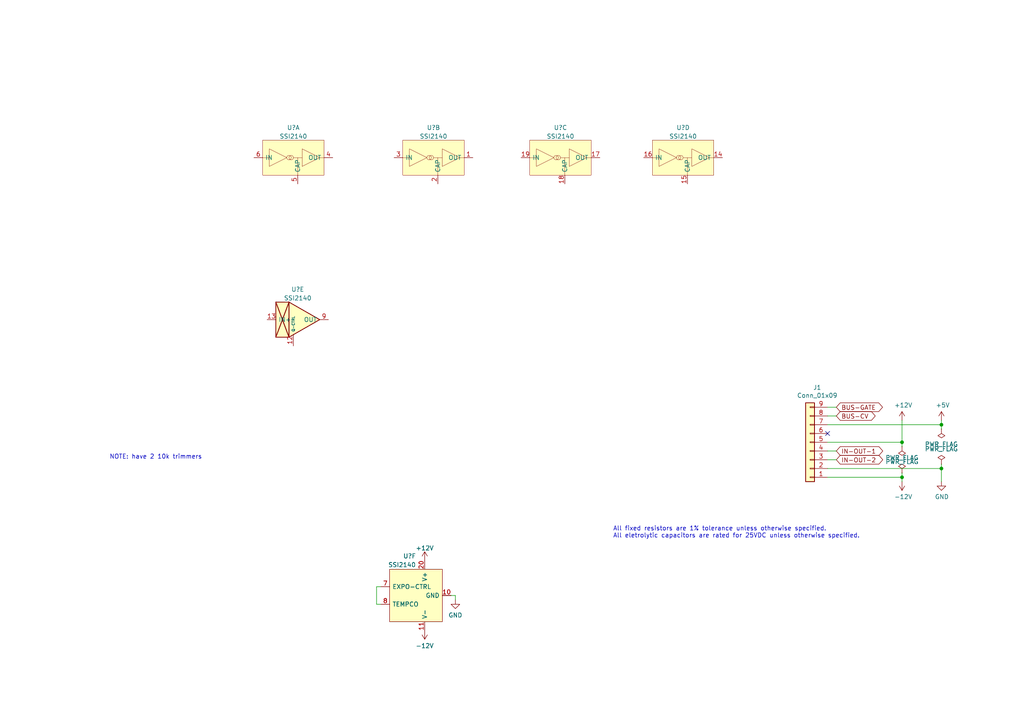
<source format=kicad_sch>
(kicad_sch (version 20211123) (generator eeschema)

  (uuid a1a9a0d8-c6de-418f-9a57-bf7f74b6d401)

  (paper "A4")

  (title_block
    (title "VCF-4P Prototype")
    (date "2022-03-27")
    (rev "1.0")
    (company "Len Popp")
    (comment 1 "Copyright © 2022 Len Popp CC BY")
    (comment 2 "4-pole lowpass VCF for Eurorack prototyping module")
  )

  (lib_symbols
    (symbol "-lmp-power:+12V" (power) (pin_names (offset 0)) (in_bom yes) (on_board yes)
      (property "Reference" "#PWR" (id 0) (at 0 -3.81 0)
        (effects (font (size 1.27 1.27)) hide)
      )
      (property "Value" "+12V" (id 1) (at 0 3.556 0)
        (effects (font (size 1.27 1.27)))
      )
      (property "Footprint" "" (id 2) (at 0 0 0)
        (effects (font (size 1.27 1.27)) hide)
      )
      (property "Datasheet" "" (id 3) (at 0 0 0)
        (effects (font (size 1.27 1.27)) hide)
      )
      (property "ki_keywords" "power-flag" (id 4) (at 0 0 0)
        (effects (font (size 1.27 1.27)) hide)
      )
      (property "ki_description" "Power symbol creates a global label with name \"+12V\"" (id 5) (at 0 0 0)
        (effects (font (size 1.27 1.27)) hide)
      )
      (symbol "+12V_0_1"
        (polyline
          (pts
            (xy -0.762 1.27)
            (xy 0 2.54)
          )
          (stroke (width 0) (type default) (color 0 0 0 0))
          (fill (type none))
        )
        (polyline
          (pts
            (xy 0 0)
            (xy 0 2.54)
          )
          (stroke (width 0) (type default) (color 0 0 0 0))
          (fill (type none))
        )
        (polyline
          (pts
            (xy 0 2.54)
            (xy 0.762 1.27)
          )
          (stroke (width 0) (type default) (color 0 0 0 0))
          (fill (type none))
        )
      )
      (symbol "+12V_1_1"
        (pin power_in line (at 0 0 90) (length 0) hide
          (name "+12V" (effects (font (size 1.27 1.27))))
          (number "1" (effects (font (size 1.27 1.27))))
        )
      )
    )
    (symbol "-lmp-power:+5V" (power) (pin_names (offset 0)) (in_bom yes) (on_board yes)
      (property "Reference" "#PWR" (id 0) (at 0 -3.81 0)
        (effects (font (size 1.27 1.27)) hide)
      )
      (property "Value" "+5V" (id 1) (at 0 3.556 0)
        (effects (font (size 1.27 1.27)))
      )
      (property "Footprint" "" (id 2) (at 0 0 0)
        (effects (font (size 1.27 1.27)) hide)
      )
      (property "Datasheet" "" (id 3) (at 0 0 0)
        (effects (font (size 1.27 1.27)) hide)
      )
      (property "ki_keywords" "power-flag" (id 4) (at 0 0 0)
        (effects (font (size 1.27 1.27)) hide)
      )
      (property "ki_description" "Power symbol creates a global label with name \"+5V\"" (id 5) (at 0 0 0)
        (effects (font (size 1.27 1.27)) hide)
      )
      (symbol "+5V_0_1"
        (polyline
          (pts
            (xy -0.762 1.27)
            (xy 0 2.54)
          )
          (stroke (width 0) (type default) (color 0 0 0 0))
          (fill (type none))
        )
        (polyline
          (pts
            (xy 0 0)
            (xy 0 2.54)
          )
          (stroke (width 0) (type default) (color 0 0 0 0))
          (fill (type none))
        )
        (polyline
          (pts
            (xy 0 2.54)
            (xy 0.762 1.27)
          )
          (stroke (width 0) (type default) (color 0 0 0 0))
          (fill (type none))
        )
      )
      (symbol "+5V_1_1"
        (pin power_in line (at 0 0 90) (length 0) hide
          (name "+5V" (effects (font (size 1.27 1.27))))
          (number "1" (effects (font (size 1.27 1.27))))
        )
      )
    )
    (symbol "-lmp-power:-12V" (power) (pin_names (offset 0)) (in_bom yes) (on_board yes)
      (property "Reference" "#PWR" (id 0) (at 0 3.81 0)
        (effects (font (size 1.27 1.27)) hide)
      )
      (property "Value" "-12V" (id 1) (at 0 -3.556 0)
        (effects (font (size 1.27 1.27)))
      )
      (property "Footprint" "" (id 2) (at 0 0 0)
        (effects (font (size 1.27 1.27)) hide)
      )
      (property "Datasheet" "" (id 3) (at 0 0 0)
        (effects (font (size 1.27 1.27)) hide)
      )
      (property "ki_keywords" "power-flag" (id 4) (at 0 0 0)
        (effects (font (size 1.27 1.27)) hide)
      )
      (property "ki_description" "Power symbol creates a global label with name \"-12V\"" (id 5) (at 0 0 0)
        (effects (font (size 1.27 1.27)) hide)
      )
      (symbol "-12V_0_1"
        (polyline
          (pts
            (xy -0.762 -1.27)
            (xy 0 -2.54)
          )
          (stroke (width 0) (type default) (color 0 0 0 0))
          (fill (type none))
        )
        (polyline
          (pts
            (xy 0 -2.54)
            (xy 0.762 -1.27)
          )
          (stroke (width 0) (type default) (color 0 0 0 0))
          (fill (type none))
        )
        (polyline
          (pts
            (xy 0 0)
            (xy 0 -2.54)
          )
          (stroke (width 0) (type default) (color 0 0 0 0))
          (fill (type none))
        )
      )
      (symbol "-12V_1_1"
        (pin power_in line (at 0 0 270) (length 0) hide
          (name "-12V" (effects (font (size 1.27 1.27))))
          (number "1" (effects (font (size 1.27 1.27))))
        )
      )
    )
    (symbol "-lmp-power:GND" (power) (pin_names (offset 0)) (in_bom yes) (on_board yes)
      (property "Reference" "#PWR" (id 0) (at 0 -6.35 0)
        (effects (font (size 1.27 1.27)) hide)
      )
      (property "Value" "GND" (id 1) (at 0 -3.81 0)
        (effects (font (size 1.27 1.27)))
      )
      (property "Footprint" "" (id 2) (at 0 0 0)
        (effects (font (size 1.27 1.27)) hide)
      )
      (property "Datasheet" "" (id 3) (at 0 0 0)
        (effects (font (size 1.27 1.27)) hide)
      )
      (property "ki_keywords" "power-flag" (id 4) (at 0 0 0)
        (effects (font (size 1.27 1.27)) hide)
      )
      (property "ki_description" "Power symbol creates a global label with name \"GND\" , ground" (id 5) (at 0 0 0)
        (effects (font (size 1.27 1.27)) hide)
      )
      (symbol "GND_0_1"
        (polyline
          (pts
            (xy 0 0)
            (xy 0 -1.27)
            (xy 1.27 -1.27)
            (xy 0 -2.54)
            (xy -1.27 -1.27)
            (xy 0 -1.27)
          )
          (stroke (width 0) (type default) (color 0 0 0 0))
          (fill (type none))
        )
      )
      (symbol "GND_1_1"
        (pin power_in line (at 0 0 270) (length 0) hide
          (name "GND" (effects (font (size 1.27 1.27))))
          (number "1" (effects (font (size 1.27 1.27))))
        )
      )
    )
    (symbol "-lmp-power:PWR_FLAG" (power) (pin_numbers hide) (pin_names (offset 0) hide) (in_bom yes) (on_board yes)
      (property "Reference" "#FLG" (id 0) (at 0 1.905 0)
        (effects (font (size 1.27 1.27)) hide)
      )
      (property "Value" "PWR_FLAG" (id 1) (at 0 3.81 0)
        (effects (font (size 1.27 1.27)))
      )
      (property "Footprint" "" (id 2) (at 0 0 0)
        (effects (font (size 1.27 1.27)) hide)
      )
      (property "Datasheet" "~" (id 3) (at 0 0 0)
        (effects (font (size 1.27 1.27)) hide)
      )
      (property "ki_keywords" "power-flag" (id 4) (at 0 0 0)
        (effects (font (size 1.27 1.27)) hide)
      )
      (property "ki_description" "Special symbol for telling ERC where power comes from" (id 5) (at 0 0 0)
        (effects (font (size 1.27 1.27)) hide)
      )
      (symbol "PWR_FLAG_0_0"
        (pin power_out line (at 0 0 90) (length 0)
          (name "pwr" (effects (font (size 1.27 1.27))))
          (number "1" (effects (font (size 1.27 1.27))))
        )
      )
      (symbol "PWR_FLAG_0_1"
        (polyline
          (pts
            (xy 0 0)
            (xy 0 1.27)
            (xy -1.016 1.905)
            (xy 0 2.54)
            (xy 1.016 1.905)
            (xy 0 1.27)
          )
          (stroke (width 0) (type default) (color 0 0 0 0))
          (fill (type none))
        )
      )
    )
    (symbol "-lmp-synth:SSI2140" (pin_names (offset 0.762)) (in_bom yes) (on_board yes)
      (property "Reference" "U" (id 0) (at 2.54 9.525 0)
        (effects (font (size 1.27 1.27)) (justify right))
      )
      (property "Value" "SSI2140" (id 1) (at 2.54 6.985 0)
        (effects (font (size 1.27 1.27)) (justify right))
      )
      (property "Footprint" "Package_SO:SSOP-20_4.4x6.5mm_P0.65mm" (id 2) (at 5.715 10.795 0)
        (effects (font (size 1.27 1.27)) hide)
      )
      (property "Datasheet" "http://soundsemiconductor.com/downloads/ssi2140datasheet.pdf" (id 3) (at 5.715 10.795 0)
        (effects (font (size 1.27 1.27)) hide)
      )
      (property "Manufacturer" "Sound Semiconductor" (id 4) (at 5.715 10.795 0)
        (effects (font (size 1.27 1.27)) hide)
      )
      (property "ManufacturerPartNum" "SSI2140" (id 5) (at 1.27 10.795 0)
        (effects (font (size 1.27 1.27)) hide)
      )
      (property "Distributor" "Antique Electronic Supply" (id 6) (at 5.715 10.795 0)
        (effects (font (size 1.27 1.27)) hide)
      )
      (property "DistributorPartNum" "P-Q-SSI2140" (id 7) (at 1.27 10.795 0)
        (effects (font (size 1.27 1.27)) hide)
      )
      (property "DistributorPartLink" "https://www.tubesandmore.com/products/integrated-circuit-ssi2140-multi-mode-vcf-sound-semiconductor" (id 8) (at 5.715 10.795 0)
        (effects (font (size 1.27 1.27)) hide)
      )
      (property "Distributor2" "SynthCube" (id 9) (at 1.27 10.795 0)
        (effects (font (size 1.27 1.27)) hide)
      )
      (property "DistributorPartNum2" "ICSMSSI2140" (id 10) (at 1.27 10.795 0)
        (effects (font (size 1.27 1.27)) hide)
      )
      (property "DistributorPartLink2" "https://synthcube.com/cart/ics-and-semiconductors/sound-semiconductor-ssi2140-quad-vcf-ic-ssop20-smt" (id 11) (at 5.715 10.795 0)
        (effects (font (size 1.27 1.27)) hide)
      )
      (property "Distributor3" "Thonk" (id 12) (at 1.27 10.795 0)
        (effects (font (size 1.27 1.27)) hide)
      )
      (property "DistributorPartNum3" "SSI2140" (id 13) (at 1.27 10.795 0)
        (effects (font (size 1.27 1.27)) hide)
      )
      (property "DistributorPartLink3" "https://www.thonk.co.uk/shop/sound-semiconductor/" (id 14) (at 5.715 10.795 0)
        (effects (font (size 1.27 1.27)) hide)
      )
      (property "ki_locked" "" (id 15) (at 0 0 0)
        (effects (font (size 1.27 1.27)))
      )
      (property "ki_keywords" "VCF SSI2140 Sound Semiconductor" (id 16) (at 0 0 0)
        (effects (font (size 1.27 1.27)) hide)
      )
      (property "ki_description" "Voltage Controlled Filter (VCF), SSOP-20" (id 17) (at 0 0 0)
        (effects (font (size 1.27 1.27)) hide)
      )
      (symbol "SSI2140_1_1"
        (rectangle (start -7.62 5.08) (end 10.16 -5.08)
          (stroke (width 0.1016) (type default) (color 0 0 0 0))
          (fill (type background))
        )
        (polyline
          (pts
            (xy -7.62 0)
            (xy -5.715 0)
          )
          (stroke (width 0.0762) (type default) (color 0 0 0 0))
          (fill (type none))
        )
        (polyline
          (pts
            (xy 1.27 0)
            (xy 3.81 0)
          )
          (stroke (width 0.0762) (type default) (color 0 0 0 0))
          (fill (type none))
        )
        (polyline
          (pts
            (xy 2.54 -5.08)
            (xy 2.54 0)
          )
          (stroke (width 0.0762) (type default) (color 0 0 0 0))
          (fill (type none))
        )
        (polyline
          (pts
            (xy 8.89 0)
            (xy 10.16 0)
          )
          (stroke (width 0.0762) (type default) (color 0 0 0 0))
          (fill (type none))
        )
        (polyline
          (pts
            (xy -5.715 2.54)
            (xy -0.635 0)
            (xy -5.715 -2.54)
            (xy -5.715 2.54)
          )
          (stroke (width 0.0762) (type default) (color 0 0 0 0))
          (fill (type none))
        )
        (polyline
          (pts
            (xy 3.81 2.54)
            (xy 8.89 0)
            (xy 3.81 -2.54)
            (xy 3.81 2.54)
          )
          (stroke (width 0.0762) (type default) (color 0 0 0 0))
          (fill (type none))
        )
        (circle (center 0 0) (radius 0.635)
          (stroke (width 0.0762) (type default) (color 0 0 0 0))
          (fill (type none))
        )
        (circle (center 0.635 0) (radius 0.635)
          (stroke (width 0.0762) (type default) (color 0 0 0 0))
          (fill (type none))
        )
        (pin output line (at 12.7 0 180) (length 2.54)
          (name "OUT" (effects (font (size 1.27 1.27))))
          (number "4" (effects (font (size 1.27 1.27))))
        )
        (pin passive line (at 2.54 -7.62 90) (length 2.54)
          (name "CAP" (effects (font (size 1.27 1.27))))
          (number "5" (effects (font (size 1.27 1.27))))
        )
        (pin input line (at -10.16 0 0) (length 2.54)
          (name "IN" (effects (font (size 1.27 1.27))))
          (number "6" (effects (font (size 1.27 1.27))))
        )
      )
      (symbol "SSI2140_2_1"
        (rectangle (start -7.62 5.08) (end 10.16 -5.08)
          (stroke (width 0.1016) (type default) (color 0 0 0 0))
          (fill (type background))
        )
        (polyline
          (pts
            (xy -7.62 0)
            (xy -5.715 0)
          )
          (stroke (width 0.0762) (type default) (color 0 0 0 0))
          (fill (type none))
        )
        (polyline
          (pts
            (xy 1.27 0)
            (xy 3.81 0)
          )
          (stroke (width 0.0762) (type default) (color 0 0 0 0))
          (fill (type none))
        )
        (polyline
          (pts
            (xy 2.54 -5.08)
            (xy 2.54 0)
          )
          (stroke (width 0.0762) (type default) (color 0 0 0 0))
          (fill (type none))
        )
        (polyline
          (pts
            (xy 8.89 0)
            (xy 10.16 0)
          )
          (stroke (width 0.0762) (type default) (color 0 0 0 0))
          (fill (type none))
        )
        (polyline
          (pts
            (xy -5.715 2.54)
            (xy -0.635 0)
            (xy -5.715 -2.54)
            (xy -5.715 2.54)
          )
          (stroke (width 0.0762) (type default) (color 0 0 0 0))
          (fill (type none))
        )
        (polyline
          (pts
            (xy 3.81 2.54)
            (xy 8.89 0)
            (xy 3.81 -2.54)
            (xy 3.81 2.54)
          )
          (stroke (width 0.0762) (type default) (color 0 0 0 0))
          (fill (type none))
        )
        (circle (center 0 0) (radius 0.635)
          (stroke (width 0.0762) (type default) (color 0 0 0 0))
          (fill (type none))
        )
        (circle (center 0.635 0) (radius 0.635)
          (stroke (width 0.0762) (type default) (color 0 0 0 0))
          (fill (type none))
        )
        (pin output line (at 12.7 0 180) (length 2.54)
          (name "OUT" (effects (font (size 1.27 1.27))))
          (number "1" (effects (font (size 1.27 1.27))))
        )
        (pin passive line (at 2.54 -7.62 90) (length 2.54)
          (name "CAP" (effects (font (size 1.27 1.27))))
          (number "2" (effects (font (size 1.27 1.27))))
        )
        (pin input line (at -10.16 0 0) (length 2.54)
          (name "IN" (effects (font (size 1.27 1.27))))
          (number "3" (effects (font (size 1.27 1.27))))
        )
      )
      (symbol "SSI2140_3_1"
        (rectangle (start -7.62 5.08) (end 10.16 -5.08)
          (stroke (width 0.1016) (type default) (color 0 0 0 0))
          (fill (type background))
        )
        (polyline
          (pts
            (xy -7.62 0)
            (xy -5.715 0)
          )
          (stroke (width 0.0762) (type default) (color 0 0 0 0))
          (fill (type none))
        )
        (polyline
          (pts
            (xy 1.27 0)
            (xy 3.81 0)
          )
          (stroke (width 0.0762) (type default) (color 0 0 0 0))
          (fill (type none))
        )
        (polyline
          (pts
            (xy 2.54 -5.08)
            (xy 2.54 0)
          )
          (stroke (width 0.0762) (type default) (color 0 0 0 0))
          (fill (type none))
        )
        (polyline
          (pts
            (xy 8.89 0)
            (xy 10.16 0)
          )
          (stroke (width 0.0762) (type default) (color 0 0 0 0))
          (fill (type none))
        )
        (polyline
          (pts
            (xy -5.715 2.54)
            (xy -0.635 0)
            (xy -5.715 -2.54)
            (xy -5.715 2.54)
          )
          (stroke (width 0.0762) (type default) (color 0 0 0 0))
          (fill (type none))
        )
        (polyline
          (pts
            (xy 3.81 2.54)
            (xy 8.89 0)
            (xy 3.81 -2.54)
            (xy 3.81 2.54)
          )
          (stroke (width 0.0762) (type default) (color 0 0 0 0))
          (fill (type none))
        )
        (circle (center 0 0) (radius 0.635)
          (stroke (width 0.0762) (type default) (color 0 0 0 0))
          (fill (type none))
        )
        (circle (center 0.635 0) (radius 0.635)
          (stroke (width 0.0762) (type default) (color 0 0 0 0))
          (fill (type none))
        )
        (pin output line (at 12.7 0 180) (length 2.54)
          (name "OUT" (effects (font (size 1.27 1.27))))
          (number "17" (effects (font (size 1.27 1.27))))
        )
        (pin passive line (at 2.54 -7.62 90) (length 2.54)
          (name "CAP" (effects (font (size 1.27 1.27))))
          (number "18" (effects (font (size 1.27 1.27))))
        )
        (pin input line (at -10.16 0 0) (length 2.54)
          (name "IN" (effects (font (size 1.27 1.27))))
          (number "19" (effects (font (size 1.27 1.27))))
        )
      )
      (symbol "SSI2140_4_1"
        (rectangle (start -7.62 5.08) (end 10.16 -5.08)
          (stroke (width 0.1016) (type default) (color 0 0 0 0))
          (fill (type background))
        )
        (polyline
          (pts
            (xy -7.62 0)
            (xy -5.715 0)
          )
          (stroke (width 0.0762) (type default) (color 0 0 0 0))
          (fill (type none))
        )
        (polyline
          (pts
            (xy 1.27 0)
            (xy 3.81 0)
          )
          (stroke (width 0.0762) (type default) (color 0 0 0 0))
          (fill (type none))
        )
        (polyline
          (pts
            (xy 2.54 -5.08)
            (xy 2.54 0)
          )
          (stroke (width 0.0762) (type default) (color 0 0 0 0))
          (fill (type none))
        )
        (polyline
          (pts
            (xy 8.89 0)
            (xy 10.16 0)
          )
          (stroke (width 0.0762) (type default) (color 0 0 0 0))
          (fill (type none))
        )
        (polyline
          (pts
            (xy -5.715 2.54)
            (xy -0.635 0)
            (xy -5.715 -2.54)
            (xy -5.715 2.54)
          )
          (stroke (width 0.0762) (type default) (color 0 0 0 0))
          (fill (type none))
        )
        (polyline
          (pts
            (xy 3.81 2.54)
            (xy 8.89 0)
            (xy 3.81 -2.54)
            (xy 3.81 2.54)
          )
          (stroke (width 0.0762) (type default) (color 0 0 0 0))
          (fill (type none))
        )
        (circle (center 0 0) (radius 0.635)
          (stroke (width 0.0762) (type default) (color 0 0 0 0))
          (fill (type none))
        )
        (circle (center 0.635 0) (radius 0.635)
          (stroke (width 0.0762) (type default) (color 0 0 0 0))
          (fill (type none))
        )
        (pin output line (at 12.7 0 180) (length 2.54)
          (name "OUT" (effects (font (size 1.27 1.27))))
          (number "14" (effects (font (size 1.27 1.27))))
        )
        (pin passive line (at 2.54 -7.62 90) (length 2.54)
          (name "CAP" (effects (font (size 1.27 1.27))))
          (number "15" (effects (font (size 1.27 1.27))))
        )
        (pin input line (at -10.16 0 0) (length 2.54)
          (name "IN" (effects (font (size 1.27 1.27))))
          (number "16" (effects (font (size 1.27 1.27))))
        )
      )
      (symbol "SSI2140_5_1"
        (polyline
          (pts
            (xy -5.08 5.08)
            (xy -1.27 -5.08)
          )
          (stroke (width 0.254) (type default) (color 0 0 0 0))
          (fill (type none))
        )
        (polyline
          (pts
            (xy -1.27 5.08)
            (xy -5.08 -5.08)
          )
          (stroke (width 0.254) (type default) (color 0 0 0 0))
          (fill (type none))
        )
        (polyline
          (pts
            (xy 0 3.81)
            (xy 0 3.81)
          )
          (stroke (width 0) (type default) (color 0 0 0 0))
          (fill (type none))
        )
        (polyline
          (pts
            (xy -1.27 5.08)
            (xy -5.08 5.08)
            (xy -5.08 -5.08)
            (xy -1.27 -5.08)
          )
          (stroke (width 0.254) (type default) (color 0 0 0 0))
          (fill (type background))
        )
        (polyline
          (pts
            (xy -1.27 5.08)
            (xy 7.62 0)
            (xy -1.27 -5.08)
            (xy -1.27 5.08)
          )
          (stroke (width 0.254) (type default) (color 0 0 0 0))
          (fill (type background))
        )
        (pin input line (at 0 -7.62 90) (length 3.302)
          (name "Q-CTRL" (effects (font (size 0.762 0.762))))
          (number "12" (effects (font (size 1.27 1.27))))
        )
        (pin input line (at -7.62 0 0) (length 2.54)
          (name "IN+" (effects (font (size 1.27 1.27))))
          (number "13" (effects (font (size 1.27 1.27))))
        )
        (pin output line (at 10.16 0 180) (length 2.54)
          (name "OUT" (effects (font (size 1.27 1.27))))
          (number "9" (effects (font (size 1.27 1.27))))
        )
      )
      (symbol "SSI2140_6_0"
        (rectangle (start -5.08 5.08) (end 10.16 -10.16)
          (stroke (width 0) (type default) (color 0 0 0 0))
          (fill (type background))
        )
      )
      (symbol "SSI2140_6_1"
        (pin power_in line (at 12.7 -2.54 180) (length 2.54)
          (name "GND" (effects (font (size 1.27 1.27))))
          (number "10" (effects (font (size 1.27 1.27))))
        )
        (pin power_in line (at 5.08 -12.7 90) (length 2.54)
          (name "V-" (effects (font (size 1.27 1.27))))
          (number "11" (effects (font (size 1.27 1.27))))
        )
        (pin power_in line (at 5.08 7.62 270) (length 2.54)
          (name "V+" (effects (font (size 1.27 1.27))))
          (number "20" (effects (font (size 1.27 1.27))))
        )
        (pin input line (at -7.62 0 0) (length 2.54)
          (name "EXPO-CTRL" (effects (font (size 1.27 1.27))))
          (number "7" (effects (font (size 1.27 1.27))))
        )
        (pin input line (at -7.62 -5.08 0) (length 2.54)
          (name "TEMPCO" (effects (font (size 1.27 1.27))))
          (number "8" (effects (font (size 1.27 1.27))))
        )
      )
    )
    (symbol "Connector_Generic:Conn_01x09" (pin_names (offset 1.016) hide) (in_bom yes) (on_board yes)
      (property "Reference" "J" (id 0) (at 0 12.7 0)
        (effects (font (size 1.27 1.27)))
      )
      (property "Value" "Conn_01x09" (id 1) (at 0 -12.7 0)
        (effects (font (size 1.27 1.27)))
      )
      (property "Footprint" "" (id 2) (at 0 0 0)
        (effects (font (size 1.27 1.27)) hide)
      )
      (property "Datasheet" "~" (id 3) (at 0 0 0)
        (effects (font (size 1.27 1.27)) hide)
      )
      (property "ki_keywords" "connector" (id 4) (at 0 0 0)
        (effects (font (size 1.27 1.27)) hide)
      )
      (property "ki_description" "Generic connector, single row, 01x09, script generated (kicad-library-utils/schlib/autogen/connector/)" (id 5) (at 0 0 0)
        (effects (font (size 1.27 1.27)) hide)
      )
      (property "ki_fp_filters" "Connector*:*_1x??_*" (id 6) (at 0 0 0)
        (effects (font (size 1.27 1.27)) hide)
      )
      (symbol "Conn_01x09_1_1"
        (rectangle (start -1.27 -10.033) (end 0 -10.287)
          (stroke (width 0.1524) (type default) (color 0 0 0 0))
          (fill (type none))
        )
        (rectangle (start -1.27 -7.493) (end 0 -7.747)
          (stroke (width 0.1524) (type default) (color 0 0 0 0))
          (fill (type none))
        )
        (rectangle (start -1.27 -4.953) (end 0 -5.207)
          (stroke (width 0.1524) (type default) (color 0 0 0 0))
          (fill (type none))
        )
        (rectangle (start -1.27 -2.413) (end 0 -2.667)
          (stroke (width 0.1524) (type default) (color 0 0 0 0))
          (fill (type none))
        )
        (rectangle (start -1.27 0.127) (end 0 -0.127)
          (stroke (width 0.1524) (type default) (color 0 0 0 0))
          (fill (type none))
        )
        (rectangle (start -1.27 2.667) (end 0 2.413)
          (stroke (width 0.1524) (type default) (color 0 0 0 0))
          (fill (type none))
        )
        (rectangle (start -1.27 5.207) (end 0 4.953)
          (stroke (width 0.1524) (type default) (color 0 0 0 0))
          (fill (type none))
        )
        (rectangle (start -1.27 7.747) (end 0 7.493)
          (stroke (width 0.1524) (type default) (color 0 0 0 0))
          (fill (type none))
        )
        (rectangle (start -1.27 10.287) (end 0 10.033)
          (stroke (width 0.1524) (type default) (color 0 0 0 0))
          (fill (type none))
        )
        (rectangle (start -1.27 11.43) (end 1.27 -11.43)
          (stroke (width 0.254) (type default) (color 0 0 0 0))
          (fill (type background))
        )
        (pin passive line (at -5.08 10.16 0) (length 3.81)
          (name "Pin_1" (effects (font (size 1.27 1.27))))
          (number "1" (effects (font (size 1.27 1.27))))
        )
        (pin passive line (at -5.08 7.62 0) (length 3.81)
          (name "Pin_2" (effects (font (size 1.27 1.27))))
          (number "2" (effects (font (size 1.27 1.27))))
        )
        (pin passive line (at -5.08 5.08 0) (length 3.81)
          (name "Pin_3" (effects (font (size 1.27 1.27))))
          (number "3" (effects (font (size 1.27 1.27))))
        )
        (pin passive line (at -5.08 2.54 0) (length 3.81)
          (name "Pin_4" (effects (font (size 1.27 1.27))))
          (number "4" (effects (font (size 1.27 1.27))))
        )
        (pin passive line (at -5.08 0 0) (length 3.81)
          (name "Pin_5" (effects (font (size 1.27 1.27))))
          (number "5" (effects (font (size 1.27 1.27))))
        )
        (pin passive line (at -5.08 -2.54 0) (length 3.81)
          (name "Pin_6" (effects (font (size 1.27 1.27))))
          (number "6" (effects (font (size 1.27 1.27))))
        )
        (pin passive line (at -5.08 -5.08 0) (length 3.81)
          (name "Pin_7" (effects (font (size 1.27 1.27))))
          (number "7" (effects (font (size 1.27 1.27))))
        )
        (pin passive line (at -5.08 -7.62 0) (length 3.81)
          (name "Pin_8" (effects (font (size 1.27 1.27))))
          (number "8" (effects (font (size 1.27 1.27))))
        )
        (pin passive line (at -5.08 -10.16 0) (length 3.81)
          (name "Pin_9" (effects (font (size 1.27 1.27))))
          (number "9" (effects (font (size 1.27 1.27))))
        )
      )
    )
  )

  (junction (at 261.62 138.43) (diameter 0) (color 0 0 0 0)
    (uuid 22c22de0-30f9-42af-ac14-44974608319c)
  )
  (junction (at 261.62 128.27) (diameter 0) (color 0 0 0 0)
    (uuid 277337c2-8b08-4bed-a885-4a8adba6aa1b)
  )
  (junction (at 273.05 135.89) (diameter 0) (color 0 0 0 0)
    (uuid 2de0f335-3e5d-4176-a9c8-d3718f0aa5a9)
  )
  (junction (at 273.05 123.19) (diameter 0) (color 0 0 0 0)
    (uuid 5802adda-5a62-42e3-8e55-f26224a0ef6f)
  )

  (no_connect (at 240.03 125.73) (uuid 90a74f5e-7380-4ff0-bb5e-d9d5841f174b))

  (wire (pts (xy 240.03 130.81) (xy 242.57 130.81))
    (stroke (width 0) (type default) (color 0 0 0 0))
    (uuid 15f06c58-f54a-4e99-8411-3b02ee2b6d87)
  )
  (wire (pts (xy 261.62 138.43) (xy 261.62 137.16))
    (stroke (width 0) (type default) (color 0 0 0 0))
    (uuid 27949936-d4de-46b8-a7b5-f27b8704bb91)
  )
  (wire (pts (xy 273.05 134.62) (xy 273.05 135.89))
    (stroke (width 0) (type default) (color 0 0 0 0))
    (uuid 2e8b0c18-e4dc-4e55-ae79-2a9f266398d1)
  )
  (wire (pts (xy 109.22 175.26) (xy 109.22 170.18))
    (stroke (width 0) (type default) (color 0 0 0 0))
    (uuid 32632833-6d18-419a-baf5-56a271b92c3a)
  )
  (wire (pts (xy 242.57 133.35) (xy 240.03 133.35))
    (stroke (width 0) (type default) (color 0 0 0 0))
    (uuid 57d975d4-6607-4de8-909d-121b06b236cd)
  )
  (wire (pts (xy 110.49 175.26) (xy 109.22 175.26))
    (stroke (width 0) (type default) (color 0 0 0 0))
    (uuid 67635ffe-ef27-4df9-8ebb-c47b1358b79b)
  )
  (wire (pts (xy 273.05 135.89) (xy 240.03 135.89))
    (stroke (width 0) (type default) (color 0 0 0 0))
    (uuid 694a8561-8fe5-4c63-8ec3-a4bf3d5f6f49)
  )
  (wire (pts (xy 132.08 172.72) (xy 130.81 172.72))
    (stroke (width 0) (type default) (color 0 0 0 0))
    (uuid 75808ea3-247b-47fc-a239-63baf54b529a)
  )
  (wire (pts (xy 261.62 129.54) (xy 261.62 128.27))
    (stroke (width 0) (type default) (color 0 0 0 0))
    (uuid 80016814-1048-4c03-8951-199346c6ded2)
  )
  (wire (pts (xy 109.22 170.18) (xy 110.49 170.18))
    (stroke (width 0) (type default) (color 0 0 0 0))
    (uuid 88be3897-0fa0-4b24-91f6-e4114c7e3be6)
  )
  (wire (pts (xy 132.08 173.99) (xy 132.08 172.72))
    (stroke (width 0) (type default) (color 0 0 0 0))
    (uuid 91b8c63a-6859-4ce1-85b8-759254ae9143)
  )
  (wire (pts (xy 261.62 138.43) (xy 240.03 138.43))
    (stroke (width 0) (type default) (color 0 0 0 0))
    (uuid 98d5b032-0729-4f09-987b-334a5aaaf3d0)
  )
  (wire (pts (xy 240.03 120.65) (xy 242.57 120.65))
    (stroke (width 0) (type default) (color 0 0 0 0))
    (uuid 9bdeda29-d138-4c87-b429-3ac24826c6e2)
  )
  (wire (pts (xy 273.05 123.19) (xy 240.03 123.19))
    (stroke (width 0) (type default) (color 0 0 0 0))
    (uuid a78cb8a5-fd81-4136-995a-0e7ca3619782)
  )
  (wire (pts (xy 261.62 139.7) (xy 261.62 138.43))
    (stroke (width 0) (type default) (color 0 0 0 0))
    (uuid a8265823-7aed-4f18-8537-30fcd80f9a7e)
  )
  (wire (pts (xy 273.05 135.89) (xy 273.05 139.7))
    (stroke (width 0) (type default) (color 0 0 0 0))
    (uuid aba3e17e-f702-4b75-91f4-3f06c0f245fe)
  )
  (wire (pts (xy 273.05 121.92) (xy 273.05 123.19))
    (stroke (width 0) (type default) (color 0 0 0 0))
    (uuid b74ff2d5-0e87-4f47-9d91-491558cfecf5)
  )
  (wire (pts (xy 261.62 128.27) (xy 240.03 128.27))
    (stroke (width 0) (type default) (color 0 0 0 0))
    (uuid bc8124b5-dc30-4c9a-93ad-e245b0cfd8dc)
  )
  (wire (pts (xy 242.57 118.11) (xy 240.03 118.11))
    (stroke (width 0) (type default) (color 0 0 0 0))
    (uuid cb381139-6573-4e1a-a168-3c5ba08b42e2)
  )
  (wire (pts (xy 261.62 121.92) (xy 261.62 128.27))
    (stroke (width 0) (type default) (color 0 0 0 0))
    (uuid e268421f-f554-4321-91e4-8c2196ea25da)
  )
  (wire (pts (xy 273.05 123.19) (xy 273.05 124.46))
    (stroke (width 0) (type default) (color 0 0 0 0))
    (uuid e2e15110-eaf7-4186-b316-cc2f6948e07e)
  )

  (text "NOTE: have 2 10k trimmers" (at 31.75 133.35 0)
    (effects (font (size 1.27 1.27)) (justify left bottom))
    (uuid 2f5530d6-e84d-4504-abc7-ff8373a2b5a4)
  )
  (text "All fixed resistors are 1% tolerance unless otherwise specified.\nAll eletrolytic capacitors are rated for 25VDC unless otherwise specified."
    (at 177.8 156.21 0)
    (effects (font (size 1.27 1.27)) (justify left bottom))
    (uuid 97954bdd-6f0e-481b-b33b-a2801266daa9)
  )

  (global_label "BUS-CV" (shape bidirectional) (at 242.57 120.65 0) (fields_autoplaced)
    (effects (font (size 1.27 1.27)) (justify left))
    (uuid 349eabd2-9157-4e6f-84c8-33beed084473)
    (property "Intersheet References" "${INTERSHEET_REFS}" (id 0) (at 115.57 35.56 0)
      (effects (font (size 1.27 1.27)) hide)
    )
  )
  (global_label "BUS-GATE" (shape bidirectional) (at 242.57 118.11 0) (fields_autoplaced)
    (effects (font (size 1.27 1.27)) (justify left))
    (uuid 6ff2874f-e693-46ee-9e7b-44354f6e5884)
    (property "Intersheet References" "${INTERSHEET_REFS}" (id 0) (at 115.57 35.56 0)
      (effects (font (size 1.27 1.27)) hide)
    )
  )
  (global_label "IN-OUT-1" (shape bidirectional) (at 242.57 130.81 0) (fields_autoplaced)
    (effects (font (size 1.27 1.27)) (justify left))
    (uuid bd8354e6-6367-4dcd-aa20-50a90c915d71)
    (property "Intersheet References" "${INTERSHEET_REFS}" (id 0) (at 115.57 35.56 0)
      (effects (font (size 1.27 1.27)) hide)
    )
  )
  (global_label "IN-OUT-2" (shape bidirectional) (at 242.57 133.35 0) (fields_autoplaced)
    (effects (font (size 1.27 1.27)) (justify left))
    (uuid ef9ab9de-65de-453b-92d1-8911d65e0733)
    (property "Intersheet References" "${INTERSHEET_REFS}" (id 0) (at 115.57 35.56 0)
      (effects (font (size 1.27 1.27)) hide)
    )
  )

  (symbol (lib_id "-lmp-power:GND") (at 273.05 139.7 0) (unit 1)
    (in_bom yes) (on_board yes)
    (uuid 00000000-0000-0000-0000-000060c80bf1)
    (property "Reference" "#PWR04" (id 0) (at 273.05 146.05 0)
      (effects (font (size 1.27 1.27)) hide)
    )
    (property "Value" "GND" (id 1) (at 273.177 144.0942 0))
    (property "Footprint" "" (id 2) (at 273.05 139.7 0)
      (effects (font (size 1.27 1.27)) hide)
    )
    (property "Datasheet" "" (id 3) (at 273.05 139.7 0)
      (effects (font (size 1.27 1.27)) hide)
    )
    (pin "1" (uuid e2ec5c16-1e72-4a79-81b2-711742440b39))
  )

  (symbol (lib_id "-lmp-power:+12V") (at 261.62 121.92 0) (unit 1)
    (in_bom yes) (on_board yes)
    (uuid 00000000-0000-0000-0000-000060c86281)
    (property "Reference" "#PWR03" (id 0) (at 261.62 125.73 0)
      (effects (font (size 1.27 1.27)) hide)
    )
    (property "Value" "+12V" (id 1) (at 262.001 117.5258 0))
    (property "Footprint" "" (id 2) (at 261.62 121.92 0)
      (effects (font (size 1.27 1.27)) hide)
    )
    (property "Datasheet" "" (id 3) (at 261.62 121.92 0)
      (effects (font (size 1.27 1.27)) hide)
    )
    (pin "1" (uuid cb9b7848-9d34-4033-abc0-fb3ddbc2d6ee))
  )

  (symbol (lib_id "-lmp-power:-12V") (at 261.62 139.7 0) (unit 1)
    (in_bom yes) (on_board yes)
    (uuid 00000000-0000-0000-0000-000060c864e4)
    (property "Reference" "#PWR05" (id 0) (at 261.62 135.89 0)
      (effects (font (size 1.27 1.27)) hide)
    )
    (property "Value" "-12V" (id 1) (at 262.001 144.0942 0))
    (property "Footprint" "" (id 2) (at 261.62 139.7 0)
      (effects (font (size 1.27 1.27)) hide)
    )
    (property "Datasheet" "" (id 3) (at 261.62 139.7 0)
      (effects (font (size 1.27 1.27)) hide)
    )
    (pin "1" (uuid 295c6d13-2059-4604-98a9-b81bcd528128))
  )

  (symbol (lib_id "-lmp-power:PWR_FLAG") (at 273.05 134.62 0) (unit 1)
    (in_bom yes) (on_board yes)
    (uuid 00000000-0000-0000-0000-000060c8985d)
    (property "Reference" "#FLG04" (id 0) (at 273.05 132.715 0)
      (effects (font (size 1.27 1.27)) hide)
    )
    (property "Value" "PWR_FLAG" (id 1) (at 273.05 130.2258 0))
    (property "Footprint" "" (id 2) (at 273.05 134.62 0)
      (effects (font (size 1.27 1.27)) hide)
    )
    (property "Datasheet" "~" (id 3) (at 273.05 134.62 0)
      (effects (font (size 1.27 1.27)) hide)
    )
    (pin "1" (uuid 4e8fbe1c-0efa-4d82-afdb-411f88ec8eac))
  )

  (symbol (lib_id "-lmp-power:PWR_FLAG") (at 261.62 129.54 180) (unit 1)
    (in_bom yes) (on_board yes)
    (uuid 00000000-0000-0000-0000-000060c89f71)
    (property "Reference" "#FLG05" (id 0) (at 261.62 131.445 0)
      (effects (font (size 1.27 1.27)) hide)
    )
    (property "Value" "PWR_FLAG" (id 1) (at 261.62 133.9342 0))
    (property "Footprint" "" (id 2) (at 261.62 129.54 0)
      (effects (font (size 1.27 1.27)) hide)
    )
    (property "Datasheet" "~" (id 3) (at 261.62 129.54 0)
      (effects (font (size 1.27 1.27)) hide)
    )
    (pin "1" (uuid e925a42c-cf60-4902-940a-ecd6ab9743a2))
  )

  (symbol (lib_id "Connector_Generic:Conn_01x09") (at 234.95 128.27 180) (unit 1)
    (in_bom yes) (on_board yes)
    (uuid 00000000-0000-0000-0000-0000615e2370)
    (property "Reference" "J1" (id 0) (at 237.0328 112.395 0))
    (property "Value" "Conn_01x09" (id 1) (at 237.0328 114.7064 0))
    (property "Footprint" "Connector_PinHeader_2.54mm:PinHeader_1x09_P2.54mm_Vertical" (id 2) (at 234.95 128.27 0)
      (effects (font (size 1.27 1.27)) hide)
    )
    (property "Datasheet" "~" (id 3) (at 234.95 128.27 0)
      (effects (font (size 1.27 1.27)) hide)
    )
    (pin "1" (uuid 327164a7-bde3-40aa-adf2-70ca6e963d5f))
    (pin "2" (uuid 8d9943a0-30e0-4fcc-926f-acf21b5b98b5))
    (pin "3" (uuid 6de6b1a8-62b8-402a-ac1c-48bdfb0163aa))
    (pin "4" (uuid 0a32f905-3f97-4852-af67-7addb4d70265))
    (pin "5" (uuid 130b9329-4a4c-4794-ac2d-017f1c00c883))
    (pin "6" (uuid 9e3c6631-71f8-40d5-98da-0f0ad50bfdee))
    (pin "7" (uuid 4f3e0480-a16b-40f1-8aa8-17abdd49f8de))
    (pin "8" (uuid a3eb5fff-8b61-445b-97e2-373c87a23cb5))
    (pin "9" (uuid 0bb80455-a1ea-4287-a5e3-1366c4bf5abb))
  )

  (symbol (lib_id "-lmp-power:+5V") (at 273.05 121.92 0) (unit 1)
    (in_bom yes) (on_board yes)
    (uuid 00000000-0000-0000-0000-0000615e4967)
    (property "Reference" "#PWR01" (id 0) (at 273.05 125.73 0)
      (effects (font (size 1.27 1.27)) hide)
    )
    (property "Value" "+5V" (id 1) (at 273.431 117.5258 0))
    (property "Footprint" "" (id 2) (at 273.05 121.92 0)
      (effects (font (size 1.27 1.27)) hide)
    )
    (property "Datasheet" "" (id 3) (at 273.05 121.92 0)
      (effects (font (size 1.27 1.27)) hide)
    )
    (pin "1" (uuid 508ac672-4f4a-4781-9c53-b80271b3c07a))
  )

  (symbol (lib_id "-lmp-power:PWR_FLAG") (at 273.05 124.46 180) (unit 1)
    (in_bom yes) (on_board yes)
    (uuid 00000000-0000-0000-0000-0000615e715d)
    (property "Reference" "#FLG02" (id 0) (at 273.05 126.365 0)
      (effects (font (size 1.27 1.27)) hide)
    )
    (property "Value" "PWR_FLAG" (id 1) (at 273.05 128.8542 0))
    (property "Footprint" "" (id 2) (at 273.05 124.46 0)
      (effects (font (size 1.27 1.27)) hide)
    )
    (property "Datasheet" "~" (id 3) (at 273.05 124.46 0)
      (effects (font (size 1.27 1.27)) hide)
    )
    (pin "1" (uuid 7bca4f9e-b0b4-4c1d-9e2f-67e281cb4cce))
  )

  (symbol (lib_id "-lmp-power:PWR_FLAG") (at 261.62 137.16 0) (unit 1)
    (in_bom yes) (on_board yes)
    (uuid 00000000-0000-0000-0000-0000615e8b96)
    (property "Reference" "#FLG01" (id 0) (at 261.62 135.255 0)
      (effects (font (size 1.27 1.27)) hide)
    )
    (property "Value" "PWR_FLAG" (id 1) (at 261.62 132.7658 0))
    (property "Footprint" "" (id 2) (at 261.62 137.16 0)
      (effects (font (size 1.27 1.27)) hide)
    )
    (property "Datasheet" "~" (id 3) (at 261.62 137.16 0)
      (effects (font (size 1.27 1.27)) hide)
    )
    (pin "1" (uuid b77e1d5f-840e-4bdf-b3d8-15e289b4eb95))
  )

  (symbol (lib_id "-lmp-synth:SSI2140") (at 124.46 45.72 0) (unit 2)
    (in_bom yes) (on_board yes) (fields_autoplaced)
    (uuid 39b32332-d6eb-4066-9c5a-784c77cb509f)
    (property "Reference" "U?" (id 0) (at 125.73 37.0164 0))
    (property "Value" "" (id 1) (at 125.73 39.5533 0))
    (property "Footprint" "" (id 2) (at 130.175 34.925 0)
      (effects (font (size 1.27 1.27)) hide)
    )
    (property "Datasheet" "http://soundsemiconductor.com/downloads/ssi2140datasheet.pdf" (id 3) (at 130.175 34.925 0)
      (effects (font (size 1.27 1.27)) hide)
    )
    (property "Manufacturer" "Sound Semiconductor" (id 4) (at 130.175 34.925 0)
      (effects (font (size 1.27 1.27)) hide)
    )
    (property "ManufacturerPartNum" "SSI2140" (id 5) (at 125.73 34.925 0)
      (effects (font (size 1.27 1.27)) hide)
    )
    (property "Distributor" "Antique Electronic Supply" (id 6) (at 130.175 34.925 0)
      (effects (font (size 1.27 1.27)) hide)
    )
    (property "DistributorPartNum" "P-Q-SSI2140" (id 7) (at 125.73 34.925 0)
      (effects (font (size 1.27 1.27)) hide)
    )
    (property "DistributorPartLink" "https://www.tubesandmore.com/products/integrated-circuit-ssi2140-multi-mode-vcf-sound-semiconductor" (id 8) (at 130.175 34.925 0)
      (effects (font (size 1.27 1.27)) hide)
    )
    (property "Distributor2" "SynthCube" (id 9) (at 125.73 34.925 0)
      (effects (font (size 1.27 1.27)) hide)
    )
    (property "DistributorPartNum2" "ICSMSSI2140" (id 10) (at 125.73 34.925 0)
      (effects (font (size 1.27 1.27)) hide)
    )
    (property "DistributorPartLink2" "https://synthcube.com/cart/ics-and-semiconductors/sound-semiconductor-ssi2140-quad-vcf-ic-ssop20-smt" (id 11) (at 130.175 34.925 0)
      (effects (font (size 1.27 1.27)) hide)
    )
    (property "Distributor3" "Thonk" (id 12) (at 125.73 34.925 0)
      (effects (font (size 1.27 1.27)) hide)
    )
    (property "DistributorPartNum3" "SSI2140" (id 13) (at 125.73 34.925 0)
      (effects (font (size 1.27 1.27)) hide)
    )
    (property "DistributorPartLink3" "https://www.thonk.co.uk/shop/sound-semiconductor/" (id 14) (at 130.175 34.925 0)
      (effects (font (size 1.27 1.27)) hide)
    )
    (pin "4" (uuid 8538d430-1fd4-494f-ab17-e95325a71380))
    (pin "5" (uuid 4d4b0af0-8c15-45ad-960b-edd8bf430df4))
    (pin "6" (uuid 19aec941-d967-4940-a58a-9060a38854cb))
    (pin "1" (uuid 7e98c7bb-1d59-4b79-8dd7-3fc856d94f6e))
    (pin "2" (uuid 7ea5fa02-788a-478b-aebb-c1380934d36b))
    (pin "3" (uuid 1a9e2b11-80b9-435f-a9bf-a5b45e4a1043))
    (pin "17" (uuid c1383de0-8b89-4198-8e13-094764dd7221))
    (pin "18" (uuid 4d9c5bb1-1a0b-4685-9b64-9623bdfa6e36))
    (pin "19" (uuid 8edcf05f-b0d5-49a3-b916-fcd5f9b197b1))
    (pin "14" (uuid 1d901cb2-360a-4708-b3ed-e4b172d3996f))
    (pin "15" (uuid 1feb75da-52bc-4f54-bc22-6a4b1520ccea))
    (pin "16" (uuid 7bd6a5a6-975a-47f2-9ae0-724cced216ae))
    (pin "12" (uuid 4362d6f1-39b0-4140-a0c9-e1c7e29f1387))
    (pin "13" (uuid 1c6434d3-2eb4-45c4-919b-76bc5df93b2a))
    (pin "9" (uuid 14202ecb-5941-455d-a867-b86716db90d7))
    (pin "10" (uuid 02c86f21-caef-4fbc-95b0-d828a7114318))
    (pin "11" (uuid 21930fd1-46a2-4b3e-9765-d207f0464a07))
    (pin "20" (uuid 3406438b-af44-4c6b-93b5-d0d24ae94a91))
    (pin "7" (uuid dd25caf2-c470-499e-9b28-d47564283b2f))
    (pin "8" (uuid bdc5ca11-10e5-4600-9ef9-bb85404d6bea))
  )

  (symbol (lib_id "-lmp-synth:SSI2140") (at 85.09 92.71 0) (unit 5)
    (in_bom yes) (on_board yes) (fields_autoplaced)
    (uuid 4e1b4aac-f1ba-407e-a97a-d075f081f049)
    (property "Reference" "U?" (id 0) (at 86.36 83.9302 0))
    (property "Value" "" (id 1) (at 86.36 86.4671 0))
    (property "Footprint" "" (id 2) (at 90.805 81.915 0)
      (effects (font (size 1.27 1.27)) hide)
    )
    (property "Datasheet" "http://soundsemiconductor.com/downloads/ssi2140datasheet.pdf" (id 3) (at 90.805 81.915 0)
      (effects (font (size 1.27 1.27)) hide)
    )
    (property "Manufacturer" "Sound Semiconductor" (id 4) (at 90.805 81.915 0)
      (effects (font (size 1.27 1.27)) hide)
    )
    (property "ManufacturerPartNum" "SSI2140" (id 5) (at 86.36 81.915 0)
      (effects (font (size 1.27 1.27)) hide)
    )
    (property "Distributor" "Antique Electronic Supply" (id 6) (at 90.805 81.915 0)
      (effects (font (size 1.27 1.27)) hide)
    )
    (property "DistributorPartNum" "P-Q-SSI2140" (id 7) (at 86.36 81.915 0)
      (effects (font (size 1.27 1.27)) hide)
    )
    (property "DistributorPartLink" "https://www.tubesandmore.com/products/integrated-circuit-ssi2140-multi-mode-vcf-sound-semiconductor" (id 8) (at 90.805 81.915 0)
      (effects (font (size 1.27 1.27)) hide)
    )
    (property "Distributor2" "SynthCube" (id 9) (at 86.36 81.915 0)
      (effects (font (size 1.27 1.27)) hide)
    )
    (property "DistributorPartNum2" "ICSMSSI2140" (id 10) (at 86.36 81.915 0)
      (effects (font (size 1.27 1.27)) hide)
    )
    (property "DistributorPartLink2" "https://synthcube.com/cart/ics-and-semiconductors/sound-semiconductor-ssi2140-quad-vcf-ic-ssop20-smt" (id 11) (at 90.805 81.915 0)
      (effects (font (size 1.27 1.27)) hide)
    )
    (property "Distributor3" "Thonk" (id 12) (at 86.36 81.915 0)
      (effects (font (size 1.27 1.27)) hide)
    )
    (property "DistributorPartNum3" "SSI2140" (id 13) (at 86.36 81.915 0)
      (effects (font (size 1.27 1.27)) hide)
    )
    (property "DistributorPartLink3" "https://www.thonk.co.uk/shop/sound-semiconductor/" (id 14) (at 90.805 81.915 0)
      (effects (font (size 1.27 1.27)) hide)
    )
    (pin "4" (uuid 052f7e26-2e1d-4d02-b69a-aae707432848))
    (pin "5" (uuid 0f340484-43f5-4e43-8a6d-4056e29d2348))
    (pin "6" (uuid 6d5aa90c-f562-4264-9798-f4d6d166d16a))
    (pin "1" (uuid fe775beb-f6a9-44e7-b984-d6f0e072f7b9))
    (pin "2" (uuid eab9674d-6db3-4275-8671-ea5c126b9fa9))
    (pin "3" (uuid fb67d14e-a15c-45fa-a4d4-50654be68d2c))
    (pin "17" (uuid 04c17a27-5fce-4ede-a895-d729d7bf56c0))
    (pin "18" (uuid 1d155bda-0e98-4d29-8020-0ec506117ba0))
    (pin "19" (uuid a56fcb7d-4606-41ed-bac8-c8ff5c7bd3dc))
    (pin "14" (uuid f2b45768-6fcb-46af-86c6-25bccaebb327))
    (pin "15" (uuid 3f3983e5-1ec5-4f7d-bd12-047f6604aa23))
    (pin "16" (uuid 5eb66693-ab1b-4459-a77e-81bcb06ca4d6))
    (pin "12" (uuid fa5393d6-c3e4-4b31-a507-98a55f9f6a14))
    (pin "13" (uuid 6985d672-0b2c-4d30-85ce-fa4aa143d43e))
    (pin "9" (uuid 680ffb16-9f3a-4dd1-ae88-2fb80c87eb70))
    (pin "10" (uuid b99a20e3-f1f1-4651-a6ad-59a44837814b))
    (pin "11" (uuid 755a8386-3d26-4db0-b886-29308c250852))
    (pin "20" (uuid ae1a6041-b452-4a9e-b238-b88c557878b9))
    (pin "7" (uuid 3506b753-0d85-43ff-9318-6c29ee04b06a))
    (pin "8" (uuid 89fa6ae9-d82b-496b-9f15-25d6bee56d23))
  )

  (symbol (lib_id "-lmp-power:GND") (at 132.08 173.99 0) (unit 1)
    (in_bom yes) (on_board yes) (fields_autoplaced)
    (uuid 7542ed59-5eb3-45a4-a490-339bd83e0916)
    (property "Reference" "#PWR?" (id 0) (at 132.08 180.34 0)
      (effects (font (size 1.27 1.27)) hide)
    )
    (property "Value" "" (id 1) (at 132.08 178.4334 0))
    (property "Footprint" "" (id 2) (at 132.08 173.99 0)
      (effects (font (size 1.27 1.27)) hide)
    )
    (property "Datasheet" "" (id 3) (at 132.08 173.99 0)
      (effects (font (size 1.27 1.27)) hide)
    )
    (pin "1" (uuid 96c58597-1759-4777-811f-78738fbae88f))
  )

  (symbol (lib_id "-lmp-power:+12V") (at 123.19 162.56 0) (unit 1)
    (in_bom yes) (on_board yes) (fields_autoplaced)
    (uuid 8e6e1a93-644c-4548-a1be-e79003770ab2)
    (property "Reference" "#PWR?" (id 0) (at 123.19 166.37 0)
      (effects (font (size 1.27 1.27)) hide)
    )
    (property "Value" "" (id 1) (at 123.19 158.9842 0))
    (property "Footprint" "" (id 2) (at 123.19 162.56 0)
      (effects (font (size 1.27 1.27)) hide)
    )
    (property "Datasheet" "" (id 3) (at 123.19 162.56 0)
      (effects (font (size 1.27 1.27)) hide)
    )
    (pin "1" (uuid 10fdd6a1-f345-4f5c-8230-8ff1b223afc2))
  )

  (symbol (lib_id "-lmp-synth:SSI2140") (at 196.85 45.72 0) (unit 4)
    (in_bom yes) (on_board yes) (fields_autoplaced)
    (uuid 9ba5e03b-a4bb-45bf-93bb-8b74b8aee1bb)
    (property "Reference" "U?" (id 0) (at 198.12 37.0164 0))
    (property "Value" "" (id 1) (at 198.12 39.5533 0))
    (property "Footprint" "" (id 2) (at 202.565 34.925 0)
      (effects (font (size 1.27 1.27)) hide)
    )
    (property "Datasheet" "http://soundsemiconductor.com/downloads/ssi2140datasheet.pdf" (id 3) (at 202.565 34.925 0)
      (effects (font (size 1.27 1.27)) hide)
    )
    (property "Manufacturer" "Sound Semiconductor" (id 4) (at 202.565 34.925 0)
      (effects (font (size 1.27 1.27)) hide)
    )
    (property "ManufacturerPartNum" "SSI2140" (id 5) (at 198.12 34.925 0)
      (effects (font (size 1.27 1.27)) hide)
    )
    (property "Distributor" "Antique Electronic Supply" (id 6) (at 202.565 34.925 0)
      (effects (font (size 1.27 1.27)) hide)
    )
    (property "DistributorPartNum" "P-Q-SSI2140" (id 7) (at 198.12 34.925 0)
      (effects (font (size 1.27 1.27)) hide)
    )
    (property "DistributorPartLink" "https://www.tubesandmore.com/products/integrated-circuit-ssi2140-multi-mode-vcf-sound-semiconductor" (id 8) (at 202.565 34.925 0)
      (effects (font (size 1.27 1.27)) hide)
    )
    (property "Distributor2" "SynthCube" (id 9) (at 198.12 34.925 0)
      (effects (font (size 1.27 1.27)) hide)
    )
    (property "DistributorPartNum2" "ICSMSSI2140" (id 10) (at 198.12 34.925 0)
      (effects (font (size 1.27 1.27)) hide)
    )
    (property "DistributorPartLink2" "https://synthcube.com/cart/ics-and-semiconductors/sound-semiconductor-ssi2140-quad-vcf-ic-ssop20-smt" (id 11) (at 202.565 34.925 0)
      (effects (font (size 1.27 1.27)) hide)
    )
    (property "Distributor3" "Thonk" (id 12) (at 198.12 34.925 0)
      (effects (font (size 1.27 1.27)) hide)
    )
    (property "DistributorPartNum3" "SSI2140" (id 13) (at 198.12 34.925 0)
      (effects (font (size 1.27 1.27)) hide)
    )
    (property "DistributorPartLink3" "https://www.thonk.co.uk/shop/sound-semiconductor/" (id 14) (at 202.565 34.925 0)
      (effects (font (size 1.27 1.27)) hide)
    )
    (pin "4" (uuid 1692b244-2744-4bd1-8d1e-1f42cd1811fb))
    (pin "5" (uuid dc715bc6-3509-4732-bd85-05b5bf449228))
    (pin "6" (uuid 62c7b76e-2411-44a7-b63e-7d5df8e6c446))
    (pin "1" (uuid 99c9f3de-006c-4e95-b8c2-34bf96b3d90d))
    (pin "2" (uuid 1418274b-43fe-4e67-a95a-7644bf760b0c))
    (pin "3" (uuid 3f838379-a74d-4365-b991-05308006c86b))
    (pin "17" (uuid 984ee776-2401-40ae-a16b-9dee53145ada))
    (pin "18" (uuid fefdd585-3749-4145-8d21-ed961befc057))
    (pin "19" (uuid 9c4f96de-278a-489e-96c5-2a70702afb61))
    (pin "14" (uuid 061aae52-5567-4186-8f86-53c17e881a03))
    (pin "15" (uuid ee86f6d6-383e-413d-9d54-fe93f39abdf2))
    (pin "16" (uuid 4882a3aa-bf35-4ca8-848e-9974c518e087))
    (pin "12" (uuid 0691081f-0087-49a3-b416-e07abb1d68c6))
    (pin "13" (uuid 4679118d-87df-459e-b3a7-0f8506d3f7f6))
    (pin "9" (uuid 6b93898d-63e5-4298-a63c-f54c30f547cc))
    (pin "10" (uuid 0333cc61-dfdf-419d-a8a5-f662f2ed8d8b))
    (pin "11" (uuid a66b044b-5146-451a-b4b2-2c02e183640d))
    (pin "20" (uuid 33144a3b-72d8-40ac-9078-472f89108441))
    (pin "7" (uuid e71adec1-54fa-4ecf-a8b1-75cb203356c0))
    (pin "8" (uuid de20bc4f-8d0e-4b74-8efd-836396ba239b))
  )

  (symbol (lib_id "-lmp-synth:SSI2140") (at 118.11 170.18 0) (unit 6)
    (in_bom yes) (on_board yes)
    (uuid b7fa42d7-f794-4467-a2c7-472354b83307)
    (property "Reference" "U?" (id 0) (at 120.65 161.29 0)
      (effects (font (size 1.27 1.27)) (justify right))
    )
    (property "Value" "" (id 1) (at 120.65 163.8269 0)
      (effects (font (size 1.27 1.27)) (justify right))
    )
    (property "Footprint" "" (id 2) (at 123.825 159.385 0)
      (effects (font (size 1.27 1.27)) hide)
    )
    (property "Datasheet" "http://soundsemiconductor.com/downloads/ssi2140datasheet.pdf" (id 3) (at 123.825 159.385 0)
      (effects (font (size 1.27 1.27)) hide)
    )
    (property "Manufacturer" "Sound Semiconductor" (id 4) (at 123.825 159.385 0)
      (effects (font (size 1.27 1.27)) hide)
    )
    (property "ManufacturerPartNum" "SSI2140" (id 5) (at 119.38 159.385 0)
      (effects (font (size 1.27 1.27)) hide)
    )
    (property "Distributor" "Antique Electronic Supply" (id 6) (at 123.825 159.385 0)
      (effects (font (size 1.27 1.27)) hide)
    )
    (property "DistributorPartNum" "P-Q-SSI2140" (id 7) (at 119.38 159.385 0)
      (effects (font (size 1.27 1.27)) hide)
    )
    (property "DistributorPartLink" "https://www.tubesandmore.com/products/integrated-circuit-ssi2140-multi-mode-vcf-sound-semiconductor" (id 8) (at 123.825 159.385 0)
      (effects (font (size 1.27 1.27)) hide)
    )
    (property "Distributor2" "SynthCube" (id 9) (at 119.38 159.385 0)
      (effects (font (size 1.27 1.27)) hide)
    )
    (property "DistributorPartNum2" "ICSMSSI2140" (id 10) (at 119.38 159.385 0)
      (effects (font (size 1.27 1.27)) hide)
    )
    (property "DistributorPartLink2" "https://synthcube.com/cart/ics-and-semiconductors/sound-semiconductor-ssi2140-quad-vcf-ic-ssop20-smt" (id 11) (at 123.825 159.385 0)
      (effects (font (size 1.27 1.27)) hide)
    )
    (property "Distributor3" "Thonk" (id 12) (at 119.38 159.385 0)
      (effects (font (size 1.27 1.27)) hide)
    )
    (property "DistributorPartNum3" "SSI2140" (id 13) (at 119.38 159.385 0)
      (effects (font (size 1.27 1.27)) hide)
    )
    (property "DistributorPartLink3" "https://www.thonk.co.uk/shop/sound-semiconductor/" (id 14) (at 123.825 159.385 0)
      (effects (font (size 1.27 1.27)) hide)
    )
    (pin "4" (uuid f6b3def0-abb3-4080-a34c-496146beb184))
    (pin "5" (uuid 9617bc31-e2b8-446f-8fae-b7749252b8fa))
    (pin "6" (uuid dafe4b1d-60c9-480b-9927-3d58d0b1a3a3))
    (pin "1" (uuid c72de2df-7932-4fee-8e71-8d34991e36d4))
    (pin "2" (uuid f2ebda09-9bfb-444c-b36e-6964a51cc37f))
    (pin "3" (uuid c73f2c03-919c-4be0-bb58-0255c03efd4c))
    (pin "17" (uuid a0226556-a396-4e6d-998e-e310ccc53c4d))
    (pin "18" (uuid 7178a4ed-bb1f-4538-a46b-5397007ce6c6))
    (pin "19" (uuid 4a0e84b7-018f-4687-99ff-62b8c67fff91))
    (pin "14" (uuid 1205d60e-6cc4-429d-8788-c3c22078427a))
    (pin "15" (uuid d223ebfc-15a3-4701-8d7a-d84d07058fc5))
    (pin "16" (uuid 47b39b12-95e3-4d6a-abe6-cf945f95abe3))
    (pin "12" (uuid e65730f4-c4a4-4ffe-9feb-12fc43dec052))
    (pin "13" (uuid 694bc916-de17-4604-b324-8058492839a9))
    (pin "9" (uuid becb257d-9dab-4ba6-a653-48e5e5b84a78))
    (pin "10" (uuid b5e61f77-71a6-4617-88d8-c4ed978db0f5))
    (pin "11" (uuid 98e19b06-7e2a-47df-a059-001026eee905))
    (pin "20" (uuid 44735e30-f303-42b9-8d75-8321e49811e2))
    (pin "7" (uuid 1a1bab2c-0af2-43a0-87f6-a3619a1616ea))
    (pin "8" (uuid 1c3eea74-2312-4267-8deb-ccba40c585d6))
  )

  (symbol (lib_id "-lmp-synth:SSI2140") (at 161.29 45.72 0) (unit 3)
    (in_bom yes) (on_board yes) (fields_autoplaced)
    (uuid bd70cb30-fb80-4819-8695-036c532484ae)
    (property "Reference" "U?" (id 0) (at 162.56 37.0164 0))
    (property "Value" "" (id 1) (at 162.56 39.5533 0))
    (property "Footprint" "" (id 2) (at 167.005 34.925 0)
      (effects (font (size 1.27 1.27)) hide)
    )
    (property "Datasheet" "http://soundsemiconductor.com/downloads/ssi2140datasheet.pdf" (id 3) (at 167.005 34.925 0)
      (effects (font (size 1.27 1.27)) hide)
    )
    (property "Manufacturer" "Sound Semiconductor" (id 4) (at 167.005 34.925 0)
      (effects (font (size 1.27 1.27)) hide)
    )
    (property "ManufacturerPartNum" "SSI2140" (id 5) (at 162.56 34.925 0)
      (effects (font (size 1.27 1.27)) hide)
    )
    (property "Distributor" "Antique Electronic Supply" (id 6) (at 167.005 34.925 0)
      (effects (font (size 1.27 1.27)) hide)
    )
    (property "DistributorPartNum" "P-Q-SSI2140" (id 7) (at 162.56 34.925 0)
      (effects (font (size 1.27 1.27)) hide)
    )
    (property "DistributorPartLink" "https://www.tubesandmore.com/products/integrated-circuit-ssi2140-multi-mode-vcf-sound-semiconductor" (id 8) (at 167.005 34.925 0)
      (effects (font (size 1.27 1.27)) hide)
    )
    (property "Distributor2" "SynthCube" (id 9) (at 162.56 34.925 0)
      (effects (font (size 1.27 1.27)) hide)
    )
    (property "DistributorPartNum2" "ICSMSSI2140" (id 10) (at 162.56 34.925 0)
      (effects (font (size 1.27 1.27)) hide)
    )
    (property "DistributorPartLink2" "https://synthcube.com/cart/ics-and-semiconductors/sound-semiconductor-ssi2140-quad-vcf-ic-ssop20-smt" (id 11) (at 167.005 34.925 0)
      (effects (font (size 1.27 1.27)) hide)
    )
    (property "Distributor3" "Thonk" (id 12) (at 162.56 34.925 0)
      (effects (font (size 1.27 1.27)) hide)
    )
    (property "DistributorPartNum3" "SSI2140" (id 13) (at 162.56 34.925 0)
      (effects (font (size 1.27 1.27)) hide)
    )
    (property "DistributorPartLink3" "https://www.thonk.co.uk/shop/sound-semiconductor/" (id 14) (at 167.005 34.925 0)
      (effects (font (size 1.27 1.27)) hide)
    )
    (pin "4" (uuid 39cc8ef5-d8dd-44aa-b9d9-32d81db2ef2a))
    (pin "5" (uuid 9ff08661-8e9f-4ada-a725-f016115e7a02))
    (pin "6" (uuid d9ad94bb-34f0-4f1a-8524-bdaeaee863fb))
    (pin "1" (uuid 7739676f-74a4-4276-8300-a92486fee4dc))
    (pin "2" (uuid 68749e4e-c6fe-41eb-af3a-29aeb0706aa3))
    (pin "3" (uuid e78a0281-86b2-4c0d-817d-12bc27d269bb))
    (pin "17" (uuid 6ca7e4a5-7bde-4f72-a85f-5d11aea31a8e))
    (pin "18" (uuid d87da4fe-21f0-4657-8205-602e9208abb8))
    (pin "19" (uuid 0574e075-2594-4438-bbc0-8c8fc583653d))
    (pin "14" (uuid c040fca7-83ca-4963-98a1-edcfa0a6d8d9))
    (pin "15" (uuid f2c4bfc6-de7b-44b0-8929-ec4bd5cebfe1))
    (pin "16" (uuid 4205242e-b1c9-487a-b0b5-87d7b7c82d79))
    (pin "12" (uuid e06e8aa7-e153-48c0-a9d1-a19b5089c920))
    (pin "13" (uuid cd8b3a7a-7a5c-4730-986f-909c6e35d1ed))
    (pin "9" (uuid c10cd760-64f9-42b3-84bb-c8dd72b8b1f6))
    (pin "10" (uuid dc90f27a-0582-4841-9940-0576394bdc04))
    (pin "11" (uuid 5b6f374d-8259-4c2b-b68d-008e47d1c5ca))
    (pin "20" (uuid ee217293-ddc6-462b-afed-e924309e0558))
    (pin "7" (uuid cf2ca2b8-c110-4ac7-9be4-383392984644))
    (pin "8" (uuid 81918f47-d111-4fbd-b94f-dab2f828be4c))
  )

  (symbol (lib_id "-lmp-power:-12V") (at 123.19 182.88 0) (unit 1)
    (in_bom yes) (on_board yes) (fields_autoplaced)
    (uuid e8662160-988e-4e2a-bd34-02c6d3417fb4)
    (property "Reference" "#PWR?" (id 0) (at 123.19 179.07 0)
      (effects (font (size 1.27 1.27)) hide)
    )
    (property "Value" "" (id 1) (at 123.19 187.3234 0))
    (property "Footprint" "" (id 2) (at 123.19 182.88 0)
      (effects (font (size 1.27 1.27)) hide)
    )
    (property "Datasheet" "" (id 3) (at 123.19 182.88 0)
      (effects (font (size 1.27 1.27)) hide)
    )
    (pin "1" (uuid 2d7e1184-3888-467a-ba19-66209fd8a23a))
  )

  (symbol (lib_id "-lmp-synth:SSI2140") (at 83.82 45.72 0) (unit 1)
    (in_bom yes) (on_board yes) (fields_autoplaced)
    (uuid f254f8e4-0eca-46a4-a3de-477f70bd6ec4)
    (property "Reference" "U?" (id 0) (at 85.09 37.0164 0))
    (property "Value" "" (id 1) (at 85.09 39.5533 0))
    (property "Footprint" "" (id 2) (at 89.535 34.925 0)
      (effects (font (size 1.27 1.27)) hide)
    )
    (property "Datasheet" "http://soundsemiconductor.com/downloads/ssi2140datasheet.pdf" (id 3) (at 89.535 34.925 0)
      (effects (font (size 1.27 1.27)) hide)
    )
    (property "Manufacturer" "Sound Semiconductor" (id 4) (at 89.535 34.925 0)
      (effects (font (size 1.27 1.27)) hide)
    )
    (property "ManufacturerPartNum" "SSI2140" (id 5) (at 85.09 34.925 0)
      (effects (font (size 1.27 1.27)) hide)
    )
    (property "Distributor" "Antique Electronic Supply" (id 6) (at 89.535 34.925 0)
      (effects (font (size 1.27 1.27)) hide)
    )
    (property "DistributorPartNum" "P-Q-SSI2140" (id 7) (at 85.09 34.925 0)
      (effects (font (size 1.27 1.27)) hide)
    )
    (property "DistributorPartLink" "https://www.tubesandmore.com/products/integrated-circuit-ssi2140-multi-mode-vcf-sound-semiconductor" (id 8) (at 89.535 34.925 0)
      (effects (font (size 1.27 1.27)) hide)
    )
    (property "Distributor2" "SynthCube" (id 9) (at 85.09 34.925 0)
      (effects (font (size 1.27 1.27)) hide)
    )
    (property "DistributorPartNum2" "ICSMSSI2140" (id 10) (at 85.09 34.925 0)
      (effects (font (size 1.27 1.27)) hide)
    )
    (property "DistributorPartLink2" "https://synthcube.com/cart/ics-and-semiconductors/sound-semiconductor-ssi2140-quad-vcf-ic-ssop20-smt" (id 11) (at 89.535 34.925 0)
      (effects (font (size 1.27 1.27)) hide)
    )
    (property "Distributor3" "Thonk" (id 12) (at 85.09 34.925 0)
      (effects (font (size 1.27 1.27)) hide)
    )
    (property "DistributorPartNum3" "SSI2140" (id 13) (at 85.09 34.925 0)
      (effects (font (size 1.27 1.27)) hide)
    )
    (property "DistributorPartLink3" "https://www.thonk.co.uk/shop/sound-semiconductor/" (id 14) (at 89.535 34.925 0)
      (effects (font (size 1.27 1.27)) hide)
    )
    (pin "4" (uuid 14b6a088-e29e-4f65-bb62-fd783c1ab88e))
    (pin "5" (uuid 6b4ae552-c3dc-4d02-ab1a-556e15ae247d))
    (pin "6" (uuid 8157d0c3-4115-4fef-882d-18ff9f3b1e49))
    (pin "1" (uuid 1d3dd843-278a-491c-aee7-c4ca56549357))
    (pin "2" (uuid a3c07522-2d1f-4d1c-a6e5-18097136531a))
    (pin "3" (uuid 53d63574-d294-4160-8943-1f901b80728f))
    (pin "17" (uuid 9d221b3b-0bfe-4439-a426-0f2594b9c7bf))
    (pin "18" (uuid e12656ad-962f-4bd5-a35d-a45aa6b4e27e))
    (pin "19" (uuid 3450ae82-42ae-493f-904b-d8b1a09c107a))
    (pin "14" (uuid 741e6598-04b9-4005-a079-9081c23103ab))
    (pin "15" (uuid 0a1ac2c6-8da8-4410-b772-69afa2855077))
    (pin "16" (uuid c355ca51-32bc-4d88-a250-07d5621dd709))
    (pin "12" (uuid 119a2ba9-03f2-48af-8f1a-4a96cb25a3bf))
    (pin "13" (uuid f252e204-5b1e-4386-b15b-42d6a51ae097))
    (pin "9" (uuid dff62e1d-c592-4963-80cb-25d776cdc1f4))
    (pin "10" (uuid 742f6656-c86d-41c0-937e-ef6ded3bd482))
    (pin "11" (uuid 251435cb-df17-46ab-aac4-3d24ccac8db0))
    (pin "20" (uuid e68fac9b-3de3-4acb-9bb0-3dee3685df22))
    (pin "7" (uuid 7efaeda2-e767-44b9-adb2-3a0c3f4d2f1d))
    (pin "8" (uuid dacfc6b2-f197-4446-86ee-d141533404be))
  )

  (sheet_instances
    (path "/" (page "1"))
  )

  (symbol_instances
    (path "/00000000-0000-0000-0000-0000615e8b96"
      (reference "#FLG01") (unit 1) (value "PWR_FLAG") (footprint "")
    )
    (path "/00000000-0000-0000-0000-0000615e715d"
      (reference "#FLG02") (unit 1) (value "PWR_FLAG") (footprint "")
    )
    (path "/00000000-0000-0000-0000-000060c8985d"
      (reference "#FLG04") (unit 1) (value "PWR_FLAG") (footprint "")
    )
    (path "/00000000-0000-0000-0000-000060c89f71"
      (reference "#FLG05") (unit 1) (value "PWR_FLAG") (footprint "")
    )
    (path "/00000000-0000-0000-0000-0000615e4967"
      (reference "#PWR01") (unit 1) (value "+5V") (footprint "")
    )
    (path "/00000000-0000-0000-0000-000060c86281"
      (reference "#PWR03") (unit 1) (value "+12V") (footprint "")
    )
    (path "/00000000-0000-0000-0000-000060c80bf1"
      (reference "#PWR04") (unit 1) (value "GND") (footprint "")
    )
    (path "/00000000-0000-0000-0000-000060c864e4"
      (reference "#PWR05") (unit 1) (value "-12V") (footprint "")
    )
    (path "/7542ed59-5eb3-45a4-a490-339bd83e0916"
      (reference "#PWR?") (unit 1) (value "GND") (footprint "")
    )
    (path "/8e6e1a93-644c-4548-a1be-e79003770ab2"
      (reference "#PWR?") (unit 1) (value "+12V") (footprint "")
    )
    (path "/e8662160-988e-4e2a-bd34-02c6d3417fb4"
      (reference "#PWR?") (unit 1) (value "-12V") (footprint "")
    )
    (path "/00000000-0000-0000-0000-0000615e2370"
      (reference "J1") (unit 1) (value "Conn_01x09") (footprint "Connector_PinHeader_2.54mm:PinHeader_1x09_P2.54mm_Vertical")
    )
    (path "/f254f8e4-0eca-46a4-a3de-477f70bd6ec4"
      (reference "U?") (unit 1) (value "SSI2140") (footprint "Package_SO:SSOP-20_4.4x6.5mm_P0.65mm")
    )
    (path "/39b32332-d6eb-4066-9c5a-784c77cb509f"
      (reference "U?") (unit 2) (value "SSI2140") (footprint "Package_SO:SSOP-20_4.4x6.5mm_P0.65mm")
    )
    (path "/bd70cb30-fb80-4819-8695-036c532484ae"
      (reference "U?") (unit 3) (value "SSI2140") (footprint "Package_SO:SSOP-20_4.4x6.5mm_P0.65mm")
    )
    (path "/9ba5e03b-a4bb-45bf-93bb-8b74b8aee1bb"
      (reference "U?") (unit 4) (value "SSI2140") (footprint "Package_SO:SSOP-20_4.4x6.5mm_P0.65mm")
    )
    (path "/4e1b4aac-f1ba-407e-a97a-d075f081f049"
      (reference "U?") (unit 5) (value "SSI2140") (footprint "Package_SO:SSOP-20_4.4x6.5mm_P0.65mm")
    )
    (path "/b7fa42d7-f794-4467-a2c7-472354b83307"
      (reference "U?") (unit 6) (value "SSI2140") (footprint "Package_SO:SSOP-20_4.4x6.5mm_P0.65mm")
    )
  )
)

</source>
